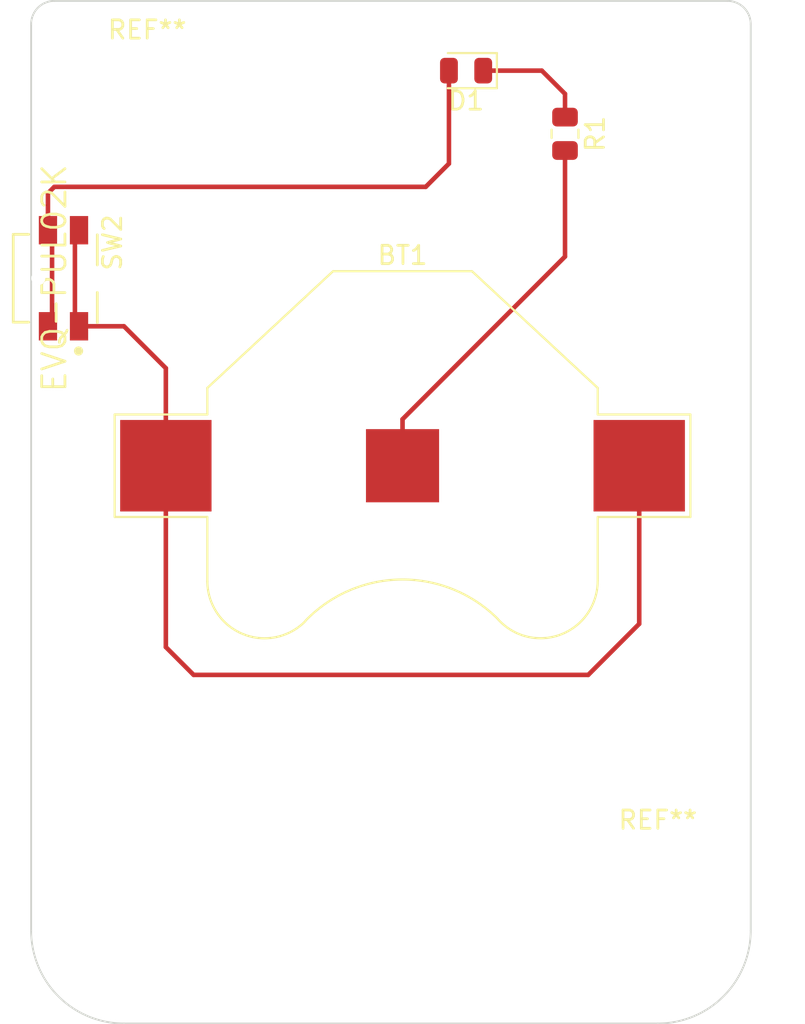
<source format=kicad_pcb>
(kicad_pcb (version 20240108) (generator "pcbnew") (generator_version "8.0")
  (layers (0 "F.Cu" signal) (31 "B.Cu" signal) (34 "B.Paste" user) (35 "F.Paste" user) (36 "B.SilkS" user "B.Silkscreen") (37 "F.SilkS" user "F.Silkscreen") (38 "B.Mask" user) (39 "F.Mask" user) (44 "Edge.Cuts" user))
  (net 0 "")
  (net 1 "Net-(BT1-+)")
  (net 2 "Net-(BT1--)")
  (net 3 "Net-(D1-K)")
  (net 4 "Net-(D1-A)")
  (footprint "Battery:BatteryHolder_Multicomp_BC-2001_1x2032" (layer "F.Cu") (at 128.27 93.98 180)
    (property "Reference" "BT1" (at 0 11.5 0) (layer "F.SilkS"))
    (property "Value" "Battery")
    (fp_line (start 15.75 2.8) (end 15.75 -2.8) (stroke (width 0.12)) (layer "F.SilkS"))
    (fp_line (start 15.75 -2.8) (end 10.68 -2.8) (stroke (width 0.12)) (layer "F.SilkS"))
    (fp_line (start 10.68 4.25) (end 3.8 10.63) (stroke (width 0.12)) (layer "F.SilkS"))
    (fp_line (start 10.68 2.8) (end 15.75 2.8) (stroke (width 0.12)) (layer "F.SilkS"))
    (fp_line (start 10.68 2.8) (end 10.68 4.25) (stroke (width 0.12)) (layer "F.SilkS"))
    (fp_line (start 10.68 -2.8) (end 10.68 -6.35) (stroke (width 0.12)) (layer "F.SilkS"))
    (fp_line (start 3.8 10.63) (end -3.8 10.63) (stroke (width 0.12)) (layer "F.SilkS"))
    (fp_line (start -10.68 4.25) (end -3.8 10.63) (stroke (width 0.12)) (layer "F.SilkS"))
    (fp_line (start -10.68 2.8) (end -10.68 4.25) (stroke (width 0.12)) (layer "F.SilkS"))
    (fp_line (start -10.68 -2.8) (end -10.68 -6.28) (stroke (width 0.12)) (layer "F.SilkS"))
    (fp_line (start -15.75 2.8) (end -10.68 2.8) (stroke (width 0.12)) (layer "F.SilkS"))
    (fp_line (start -15.75 2.8) (end -15.75 -2.8) (stroke (width 0.12)) (layer "F.SilkS"))
    (fp_line (start -15.75 -2.8) (end -10.68 -2.8) (stroke (width 0.12)) (layer "F.SilkS"))
    (fp_arc (start 5.316452 -8.492753) (mid 8.734461 -9.197232) (end 10.68 -6.3) (stroke (width 0.12)) (layer "F.SilkS"))
    (fp_arc (start 5.306422 -8.467392) (mid 0.096808 -6.218103) (end -5.169999 -8.330001) (stroke (width 0.12)) (layer "F.SilkS"))
    (fp_arc (start -10.677058 -6.3) (mid -8.637972 -9.231689) (end -5.180001 -8.339999) (stroke (width 0.12)) (layer "F.SilkS"))
    (pad "1" smd rect (at -12.95 0 180) (size 5 5) (layers "F.Cu" "F.Paste" "F.Mask") (net 1 "Net-(BT1-+)"))
    (pad "1" smd rect (at 12.95 0 180) (size 5 5) (layers "F.Cu" "F.Paste" "F.Mask") (net 1 "Net-(BT1-+)"))
    (pad "2" smd rect (at 0 0 180) (size 4 4) (layers "F.Cu" "F.Paste" "F.Mask") (net 2 "Net-(BT1--)"))
  )
  (footprint "MountingHole:MountingHole_2.5mm" (layer "F.Cu") (at 142.24 116.84)
    (property "Reference" "REF**" (at 0 -3.5 0) (layer "F.SilkS"))
    (property "Value" "MountingHole_2.5mm")
    (pad "" np_thru_hole circle (at 0 0) (size 2.5 2.5) (drill 2.5) (layers "*.Cu" "*.Mask"))
  )
  (footprint "spareparts:Panasonic-EVQ-PUL02K-0" (layer "F.Cu") (at 109.22 83.735 -90)
    (property "Reference" "SW2" (at -3.575 -3.175 90) (layer "F.SilkS") (effects (justify right)))
    (property "Value" "EVQ-PUL02K" (at 0 0 90) (layer "F.SilkS") (effects (font (size 1.27 1.27))))
    (fp_line (start -2.4 2.25) (end -2.4 1.4) (stroke (width 0.15)) (layer "F.SilkS"))
    (fp_line (start 2.4 2.25) (end -2.4 2.25) (stroke (width 0.15)) (layer "F.SilkS"))
    (fp_line (start 2.4 2.25) (end 2.4 1.4) (stroke (width 0.15)) (layer "F.SilkS"))
    (fp_line (start -0.725 -2.35) (end -2.375 -2.35) (stroke (width 0.15)) (layer "F.SilkS"))
    (fp_line (start 0.775 -2.35) (end 2.425 -2.35) (stroke (width 0.15)) (layer "F.SilkS"))
    (fp_circle (center 3.975 -1.325) (end 4.1 -1.325) (stroke (width 0.25)) (fill none) (layer "F.SilkS"))
    (pad "" np_thru_hole circle (at 0 -1.875 270) (size 0.75 0.75) (drill 0.75) (layers "*.Cu" "*.Mask"))
    (pad "" np_thru_hole circle (at 0 0.875 270) (size 0.75 0.75) (drill 0.75) (layers "*.Cu" "*.Mask"))
    (pad "1" smd rect (at 2.625 -1.35 270) (size 1.55 1) (layers "F.Cu" "F.Paste" "F.Mask") (net 1 "Net-(BT1-+)"))
    (pad "2" smd rect (at 2.625 0.35 270) (size 1.55 1) (layers "F.Cu" "F.Paste" "F.Mask") (net 4 "Net-(D1-A)"))
    (pad "3" smd rect (at -2.625 -1.35 270) (size 1.55 1) (layers "F.Cu" "F.Paste" "F.Mask") (net 1 "Net-(BT1-+)"))
    (pad "4" smd rect (at -2.625 0.35 270) (size 1.55 1) (layers "F.Cu" "F.Paste" "F.Mask") (net 4 "Net-(D1-A)"))
  )
  (footprint "MountingHole:MountingHole_2.5mm" (layer "F.Cu") (at 114.3 73.66)
    (property "Reference" "REF**" (at 0 -3.5 0) (layer "F.SilkS"))
    (property "Value" "MountingHole_2.5mm")
    (pad "" np_thru_hole circle (at 0 0) (size 2.5 2.5) (drill 2.5) (layers "*.Cu" "*.Mask"))
  )
  (footprint "LED_SMD:LED_0805_2012Metric" (layer "F.Cu") (at 131.7475 72.39 180)
    (property "Reference" "D1" (at 0 -1.65 0) (layer "F.SilkS"))
    (property "Value" "LED")
    (fp_line (start 1 -0.96) (end -1.685 -0.96) (stroke (width 0.12)) (layer "F.SilkS"))
    (fp_line (start -1.685 0.96) (end 1 0.96) (stroke (width 0.12)) (layer "F.SilkS"))
    (fp_line (start -1.685 -0.96) (end -1.685 0.96) (stroke (width 0.12)) (layer "F.SilkS"))
    (pad "1" smd roundrect (at -0.9375 0 180) (size 0.975 1.4) (layers "F.Cu" "F.Paste" "F.Mask") (net 3 "Net-(D1-K)"))
    (pad "2" smd roundrect (at 0.9375 0 180) (size 0.975 1.4) (layers "F.Cu" "F.Paste" "F.Mask") (net 4 "Net-(D1-A)"))
  )
  (footprint "Resistor_SMD:R_0805_2012Metric" (layer "F.Cu") (at 137.16 75.8425 -90)
    (property "Reference" "R1" (at 0 -1.65 90) (layer "F.SilkS"))
    (property "Value" "R")
    (fp_line (start -0.227064 0.735) (end 0.227064 0.735) (stroke (width 0.12)) (layer "F.SilkS"))
    (fp_line (start -0.227064 -0.735) (end 0.227064 -0.735) (stroke (width 0.12)) (layer "F.SilkS"))
    (pad "1" smd roundrect (at -0.9125 0 270) (size 1.025 1.4) (layers "F.Cu" "F.Paste" "F.Mask") (roundrect_rratio 0.243902) (net 3 "Net-(D1-K)"))
    (pad "2" smd roundrect (at 0.9125 0 270) (size 1.025 1.4) (layers "F.Cu" "F.Paste" "F.Mask") (roundrect_rratio 0.243902) (net 2 "Net-(BT1--)"))
  )
  (gr_arc (start 113.03 124.46) (mid 109.437898 122.972102) (end 107.95 119.38) (stroke (width 0.1)) (layer "Edge.Cuts"))
  (gr_line (start 109.22 68.58) (end 146.05 68.58) (stroke (width 0.1)) (layer "Edge.Cuts"))
  (gr_line (start 147.32 69.85) (end 147.32 119.38) (stroke (width 0.1)) (layer "Edge.Cuts"))
  (gr_arc (start 146.05 68.58) (mid 146.948026 68.951974) (end 147.32 69.85) (stroke (width 0.1)) (layer "Edge.Cuts"))
  (gr_line (start 113.03 124.46) (end 142.24 124.46) (stroke (width 0.1)) (layer "Edge.Cuts"))
  (gr_arc (start 107.95 69.85) (mid 108.321974 68.951974) (end 109.22 68.58) (stroke (width 0.1)) (layer "Edge.Cuts"))
  (gr_line (start 107.95 119.38) (end 107.95 69.85) (stroke (width 0.1)) (layer "Edge.Cuts"))
  (gr_arc (start 147.32 119.38) (mid 145.832102 122.972102) (end 142.24 124.46) (stroke (width 0.1)) (layer "Edge.Cuts"))
  (segment (start 115.32 88.65) (end 113.03 86.36) (width 0.25) (layer "F.Cu") (net 1))
  (segment (start 115.32 93.98) (end 115.32 88.65) (width 0.25) (layer "F.Cu") (net 1))
  (segment (start 115.32 103.89) (end 116.84 105.41) (width 0.25) (layer "F.Cu") (net 1))
  (segment (start 116.84 105.41) (end 138.43 105.41) (width 0.25) (layer "F.Cu") (net 1))
  (segment (start 115.32 93.98) (end 115.32 103.89) (width 0.25) (layer "F.Cu") (net 1))
  (segment (start 138.43 105.41) (end 141.22 102.62) (width 0.25) (layer "F.Cu") (net 1))
  (segment (start 110.57 81.11) (end 110.345 81.335) (width 0.25) (layer "F.Cu") (net 1))
  (segment (start 110.345 81.335) (end 110.345 86.135) (width 0.25) (layer "F.Cu") (net 1))
  (segment (start 110.345 86.135) (end 110.57 86.36) (width 0.25) (layer "F.Cu") (net 1))
  (segment (start 141.22 102.62) (end 141.22 93.98) (width 0.25) (layer "F.Cu") (net 1))
  (segment (start 113.03 86.36) (end 110.57 86.36) (width 0.25) (layer "F.Cu") (net 1))
  (segment (start 128.27 93.98) (end 128.27 91.44) (width 0.25) (layer "F.Cu") (net 2))
  (segment (start 128.27 91.44) (end 137.16 82.55) (width 0.25) (layer "F.Cu") (net 2))
  (segment (start 137.16 82.55) (end 137.16 76.755) (width 0.25) (layer "F.Cu") (net 2))
  (segment (start 137.16 74.93) (end 137.16 73.66) (width 0.25) (layer "F.Cu") (net 3))
  (segment (start 137.16 73.66) (end 135.89 72.39) (width 0.25) (layer "F.Cu") (net 3))
  (segment (start 135.89 72.39) (end 132.685 72.39) (width 0.25) (layer "F.Cu") (net 3))
  (segment (start 108.87 79.09) (end 109.22 78.74) (width 0.25) (layer "F.Cu") (net 4))
  (segment (start 130.81 77.47) (end 130.81 72.39) (width 0.25) (layer "F.Cu") (net 4))
  (segment (start 109.095 86.135) (end 108.87 86.36) (width 0.25) (layer "F.Cu") (net 4))
  (segment (start 109.22 78.74) (end 129.54 78.74) (width 0.25) (layer "F.Cu") (net 4))
  (segment (start 109.095 81.335) (end 109.095 86.135) (width 0.25) (layer "F.Cu") (net 4))
  (segment (start 108.87 81.11) (end 108.87 79.09) (width 0.25) (layer "F.Cu") (net 4))
  (segment (start 129.54 78.74) (end 130.81 77.47) (width 0.25) (layer "F.Cu") (net 4))
  (segment (start 108.87 81.11) (end 109.095 81.335) (width 0.25) (layer "F.Cu") (net 4))
)
</source>
